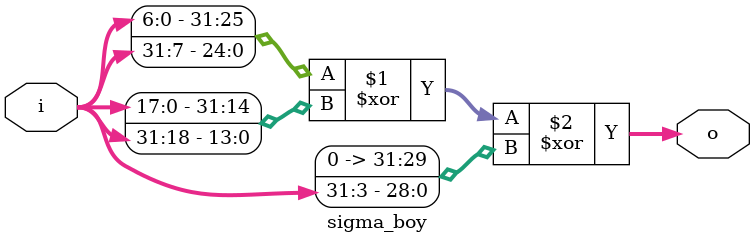
<source format=v>
module sigma_boy(
  
  input[31:0]i,
  output [31:0]o);
  
 assign o =  {i[6:0], i[31:7]} ^ {i[17:0], i[31:18]} ^ {3'd0, i[31:3]};

endmodule
</source>
